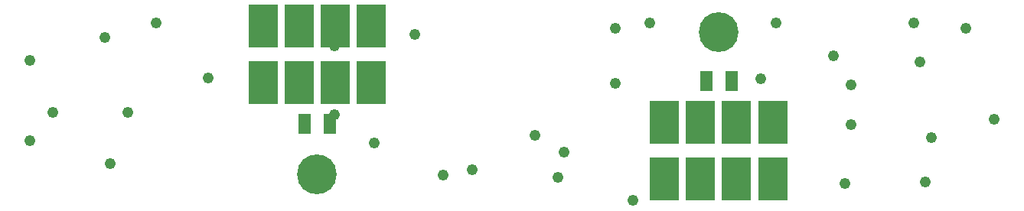
<source format=gbs>
%FSLAX25Y25*%
%MOIN*%
G70*
G01*
G75*
G04 Layer_Color=48896*
%ADD10P,0.08352X4X369.0*%
%ADD11P,0.08352X4X81.0*%
%ADD12P,0.08352X4X153.0*%
%ADD13R,0.05906X0.05906*%
%ADD14P,0.08352X4X117.0*%
%ADD15R,0.05906X0.05906*%
%ADD16C,0.05000*%
%ADD17C,0.02500*%
%ADD18C,0.16500*%
%ADD19C,0.04000*%
%ADD20R,0.05000X0.08000*%
%ADD21R,0.12205X0.17716*%
%ADD22C,0.01000*%
%ADD23C,0.01200*%
%ADD24C,0.01500*%
%ADD25P,0.06937X4X369.0*%
%ADD26P,0.06937X4X81.0*%
%ADD27P,0.06937X4X153.0*%
%ADD28R,0.04906X0.04906*%
%ADD29P,0.06937X4X117.0*%
%ADD30R,0.04906X0.04906*%
%ADD31R,0.04000X0.07000*%
%ADD32R,0.11205X0.16716*%
%ADD33P,0.09483X4X369.0*%
%ADD34P,0.09483X4X81.0*%
%ADD35P,0.09483X4X153.0*%
%ADD36R,0.06706X0.06706*%
%ADD37P,0.09483X4X117.0*%
%ADD38R,0.06706X0.06706*%
%ADD39C,0.17300*%
%ADD40C,0.04800*%
%ADD41R,0.05800X0.08800*%
%ADD42R,0.13005X0.18517*%
D39*
X1195000Y906000D02*
D03*
X1020000Y844000D02*
D03*
D40*
X1213216Y885716D02*
D03*
X1220000Y910000D02*
D03*
X1280000D02*
D03*
X1027500Y900000D02*
D03*
X1150000Y907500D02*
D03*
X1062500Y905000D02*
D03*
X1027500Y870000D02*
D03*
X1012252Y890000D02*
D03*
X996504Y883894D02*
D03*
X1045000Y857500D02*
D03*
X1157500Y832500D02*
D03*
X1165000Y910000D02*
D03*
X1218496Y840996D02*
D03*
X1202748Y866500D02*
D03*
X1187000Y866500D02*
D03*
X1171252D02*
D03*
X972500Y886000D02*
D03*
X937500Y871000D02*
D03*
X895000Y858500D02*
D03*
Y893500D02*
D03*
X905000Y871000D02*
D03*
X930000Y848500D02*
D03*
X927500Y903500D02*
D03*
X950000Y910000D02*
D03*
X1075000Y843500D02*
D03*
X1115000Y861000D02*
D03*
X1125000Y842500D02*
D03*
X1087500Y846000D02*
D03*
X1150000Y883500D02*
D03*
X1127500Y853500D02*
D03*
X1252500Y865500D02*
D03*
X1282500Y893000D02*
D03*
X1302500Y907500D02*
D03*
X1315000Y868000D02*
D03*
X1285000Y840500D02*
D03*
X1245000Y895500D02*
D03*
X1252500Y883000D02*
D03*
X1287500Y860000D02*
D03*
X1171252Y841894D02*
D03*
X1250000Y840000D02*
D03*
D41*
X1200500Y884500D02*
D03*
X1189500D02*
D03*
X1014500Y866000D02*
D03*
X1025500D02*
D03*
D42*
X1043748Y883894D02*
D03*
X1028000D02*
D03*
X1012252D02*
D03*
X1043748Y908500D02*
D03*
X1028000D02*
D03*
X1012252D02*
D03*
X996504Y883894D02*
D03*
Y908500D02*
D03*
X1171252Y866500D02*
D03*
X1187000D02*
D03*
X1202748Y866500D02*
D03*
X1171252Y841894D02*
D03*
X1187000D02*
D03*
X1202748D02*
D03*
X1218496Y866500D02*
D03*
Y841894D02*
D03*
M02*

</source>
